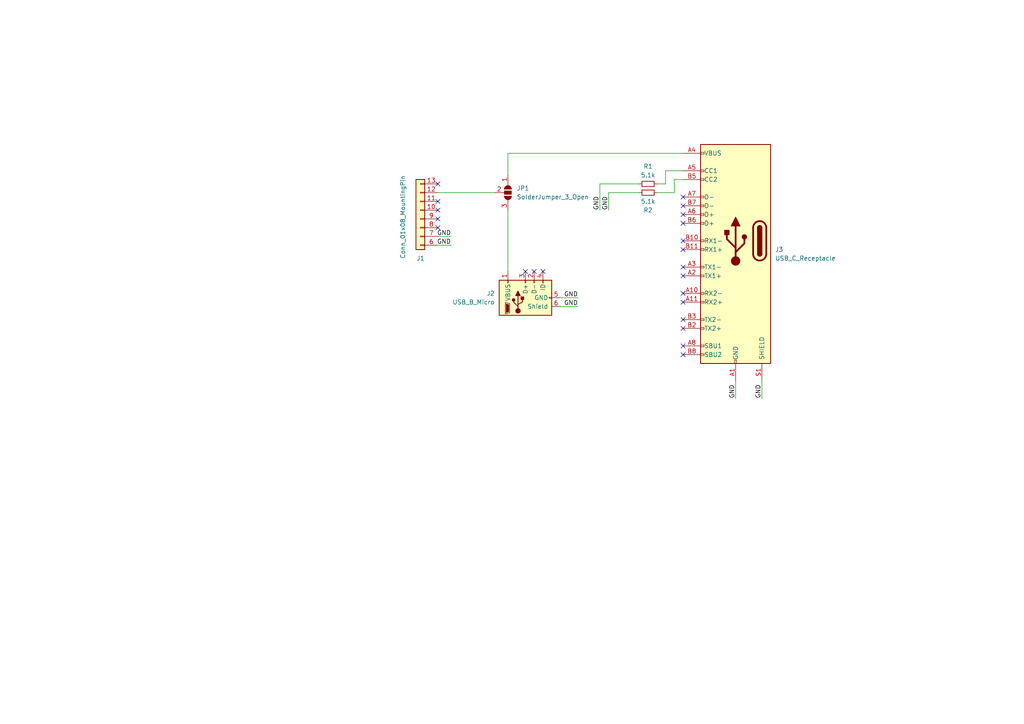
<source format=kicad_sch>
(kicad_sch (version 20211123) (generator eeschema)
  (paper "A4")
  (lib_symbols
    (symbol "Connector:USB_B_Micro" (pin_names (offset 1.016))
      (property "Reference" "J" (at -5.08 11.43 0))
      (property "Value" "USB_B_Micro" (at -5.08 8.89 0))
      (symbol "USB_B_Micro_0_1"
        (rectangle (start -5.08 -7.62) (end 5.08 7.62) (stroke (width 0.254)) (fill (type background)))
        (circle (center -3.81 2.159) (radius 0.635) (stroke (width 0.254)) (fill (type outline)))
        (circle (center -0.635 3.429) (radius 0.381) (stroke (width 0.254)) (fill (type outline)))
        (rectangle (start -0.127 -7.62) (end 0.127 -6.858))
        (polyline (pts (xy -1.905 2.159) (xy 0.635 2.159)) (stroke (width 0.254)))
        (polyline (pts (xy -3.175 2.159) (xy -2.54 2.159) (xy -1.27 3.429) (xy -0.635 3.429)) (stroke (width 0.254)))
        (polyline (pts (xy -2.54 2.159) (xy -1.905 2.159) (xy -1.27 0.889) (xy 0 0.889)) (stroke (width 0.254)))
        (polyline (pts (xy 0.635 2.794) (xy 0.635 1.524) (xy 1.905 2.159) (xy 0.635 2.794)) (stroke (width 0.254)) (fill (type outline)))
        (polyline (pts (xy -4.318 5.588) (xy -1.778 5.588) (xy -2.032 4.826) (xy -4.064 4.826) (xy -4.318 5.588)) (fill (type outline)))
        (polyline (pts (xy -4.699 5.842) (xy -4.699 5.588) (xy -4.445 4.826) (xy -4.445 4.572) (xy -1.651 4.572) (xy -1.651 4.826) (xy -1.397 5.588) (xy -1.397 5.842) (xy -4.699 5.842)))
        (rectangle (start 0.254 1.27) (end -0.508 0.508) (stroke (width 0.254)) (fill (type outline)))
        (rectangle (start 5.08 -5.207) (end 4.318 -4.953))
        (rectangle (start 5.08 -2.667) (end 4.318 -2.413))
        (rectangle (start 5.08 -0.127) (end 4.318 0.127))
        (rectangle (start 5.08 4.953) (end 4.318 5.207))
      )
      (symbol "USB_B_Micro_1_1"
        (pin power_out line (at 7.62 5.08 180) (length 2.54) (name "VBUS") (number "1"))
        (pin bidirectional line (at 7.62 -2.54 180) (length 2.54) (name "D-") (number "2"))
        (pin bidirectional line (at 7.62 0 180) (length 2.54) (name "D+") (number "3"))
        (pin passive line (at 7.62 -5.08 180) (length 2.54) (name "ID") (number "4"))
        (pin power_out line (at 0 -10.16 90) (length 2.54) (name "GND") (number "5"))
        (pin passive line (at -2.54 -10.16 90) (length 2.54) (name "Shield") (number "6"))
      )
    )
    (symbol "Connector:USB_C_Receptacle" (pin_names (offset 1.016))
      (property "Reference" "J" (at -10.16 29.21 0))
      (property "Value" "USB_C_Receptacle" (at 10.16 29.21 0))
      (symbol "USB_C_Receptacle_0_0"
        (rectangle (start -0.254 -35.56) (end 0.254 -34.544))
        (rectangle (start 10.16 -32.766) (end 9.144 -33.274))
        (rectangle (start 10.16 -30.226) (end 9.144 -30.734))
        (rectangle (start 10.16 -25.146) (end 9.144 -25.654))
        (rectangle (start 10.16 -22.606) (end 9.144 -23.114))
        (rectangle (start 10.16 -17.526) (end 9.144 -18.034))
        (rectangle (start 10.16 -14.986) (end 9.144 -15.494))
        (rectangle (start 10.16 -9.906) (end 9.144 -10.414))
        (rectangle (start 10.16 -7.366) (end 9.144 -7.874))
        (rectangle (start 10.16 -2.286) (end 9.144 -2.794))
        (rectangle (start 10.16 0.254) (end 9.144 -0.254))
        (rectangle (start 10.16 5.334) (end 9.144 4.826))
        (rectangle (start 10.16 7.874) (end 9.144 7.366))
        (rectangle (start 10.16 10.414) (end 9.144 9.906))
        (rectangle (start 10.16 12.954) (end 9.144 12.446))
        (rectangle (start 10.16 18.034) (end 9.144 17.526))
        (rectangle (start 10.16 20.574) (end 9.144 20.066))
        (rectangle (start 10.16 25.654) (end 9.144 25.146))
      )
      (symbol "USB_C_Receptacle_0_1"
        (rectangle (start -10.16 27.94) (end 10.16 -35.56) (stroke (width 0.254)) (fill (type background)))
        (arc (start -8.89 -3.81) (mid -6.985 -5.715) (end -5.08 -3.81) (stroke (width 0.508)))
        (arc (start -7.62 -3.81) (mid -6.985 -4.445) (end -6.35 -3.81) (stroke (width 0.254)))
        (arc (start -7.62 -3.81) (mid -6.985 -4.445) (end -6.35 -3.81) (stroke (width 0.254)) (fill (type outline)))
        (rectangle (start -7.62 -3.81) (end -6.35 3.81) (stroke (width 0.254)) (fill (type outline)))
        (arc (start -6.35 3.81) (mid -6.985 4.445) (end -7.62 3.81) (stroke (width 0.254)))
        (arc (start -6.35 3.81) (mid -6.985 4.445) (end -7.62 3.81) (stroke (width 0.254)) (fill (type outline)))
        (arc (start -5.08 3.81) (mid -6.985 5.715) (end -8.89 3.81) (stroke (width 0.508)))
        (polyline (pts (xy -8.89 -3.81) (xy -8.89 3.81)) (stroke (width 0.508)))
        (polyline (pts (xy -5.08 3.81) (xy -5.08 -3.81)) (stroke (width 0.508)))
      )
      (symbol "USB_C_Receptacle_1_1"
        (circle (center -2.54 1.143) (radius 0.635) (stroke (width 0.254)) (fill (type outline)))
        (circle (center 0 -5.842) (radius 1.27) (fill (type outline)))
        (polyline (pts (xy 0 -5.842) (xy 0 4.318)) (stroke (width 0.508)))
        (polyline (pts (xy 0 -3.302) (xy -2.54 -0.762) (xy -2.54 0.508)) (stroke (width 0.508)))
        (polyline (pts (xy 0 -2.032) (xy 2.54 0.508) (xy 2.54 1.778)) (stroke (width 0.508)))
        (polyline (pts (xy -1.27 4.318) (xy 0 6.858) (xy 1.27 4.318) (xy -1.27 4.318)) (stroke (width 0.254)) (fill (type outline)))
        (rectangle (start 1.905 1.778) (end 3.175 3.048) (stroke (width 0.254)) (fill (type outline)))
        (pin passive line (at 0 -40.64 90) (length 5.08) (name "GND") (number "A1"))
        (pin bidirectional line (at 15.24 -15.24 180) (length 5.08) (name "RX2-") (number "A10"))
        (pin bidirectional line (at 15.24 -17.78 180) (length 5.08) (name "RX2+") (number "A11"))
        (pin passive line (at 0 -40.64 90) (length 5.08) hide (name "GND") (number "A12"))
        (pin bidirectional line (at 15.24 -10.16 180) (length 5.08) (name "TX1+") (number "A2"))
        (pin bidirectional line (at 15.24 -7.62 180) (length 5.08) (name "TX1-") (number "A3"))
        (pin passive line (at 15.24 25.4 180) (length 5.08) (name "VBUS") (number "A4"))
        (pin bidirectional line (at 15.24 20.32 180) (length 5.08) (name "CC1") (number "A5"))
        (pin bidirectional line (at 15.24 7.62 180) (length 5.08) (name "D+") (number "A6"))
        (pin bidirectional line (at 15.24 12.7 180) (length 5.08) (name "D-") (number "A7"))
        (pin bidirectional line (at 15.24 -30.48 180) (length 5.08) (name "SBU1") (number "A8"))
        (pin passive line (at 15.24 25.4 180) (length 5.08) hide (name "VBUS") (number "A9"))
        (pin passive line (at 0 -40.64 90) (length 5.08) hide (name "GND") (number "B1"))
        (pin bidirectional line (at 15.24 0 180) (length 5.08) (name "RX1-") (number "B10"))
        (pin bidirectional line (at 15.24 -2.54 180) (length 5.08) (name "RX1+") (number "B11"))
        (pin passive line (at 0 -40.64 90) (length 5.08) hide (name "GND") (number "B12"))
        (pin bidirectional line (at 15.24 -25.4 180) (length 5.08) (name "TX2+") (number "B2"))
        (pin bidirectional line (at 15.24 -22.86 180) (length 5.08) (name "TX2-") (number "B3"))
        (pin passive line (at 15.24 25.4 180) (length 5.08) hide (name "VBUS") (number "B4"))
        (pin bidirectional line (at 15.24 17.78 180) (length 5.08) (name "CC2") (number "B5"))
        (pin bidirectional line (at 15.24 5.08 180) (length 5.08) (name "D+") (number "B6"))
        (pin bidirectional line (at 15.24 10.16 180) (length 5.08) (name "D-") (number "B7"))
        (pin bidirectional line (at 15.24 -33.02 180) (length 5.08) (name "SBU2") (number "B8"))
        (pin passive line (at 15.24 25.4 180) (length 5.08) hide (name "VBUS") (number "B9"))
        (pin passive line (at -7.62 -40.64 90) (length 5.08) (name "SHIELD") (number "S1"))
      )
    )
    (symbol "Connector_Generic_MountingPin:Conn_01x08_MountingPin" (pin_names (offset 1.016) hide)
      (property "Reference" "J?" (at 1.27 12.7 0))
      (property "Value" "Conn_01x08_MountingPin" (at -3.81 13.97 90))
      (symbol "Conn_01x08_MountingPin_1_1"
        (rectangle (start -1.27 -10.033) (end 0 -10.287) (stroke (width 0.1524)))
        (rectangle (start -1.27 -7.493) (end 0 -7.747) (stroke (width 0.1524)))
        (rectangle (start -1.27 -4.953) (end 0 -5.207) (stroke (width 0.1524)))
        (rectangle (start -1.27 -2.413) (end 0 -2.667) (stroke (width 0.1524)))
        (rectangle (start -1.27 0.127) (end 0 -0.127) (stroke (width 0.1524)))
        (rectangle (start -1.27 2.667) (end 0 2.413) (stroke (width 0.1524)))
        (rectangle (start -1.27 5.207) (end 0 4.953) (stroke (width 0.1524)))
        (rectangle (start -1.27 7.747) (end 0 7.493) (stroke (width 0.1524)))
        (rectangle (start -1.27 8.89) (end 1.27 -11.43) (stroke (width 0.254)) (fill (type background)))
        (pin passive line (at -5.08 -2.54 0) (length 3.81) (name "Pin_5") (number "10"))
        (pin passive line (at -5.08 -5.08 0) (length 3.81) (name "Pin_6") (number "11"))
        (pin passive line (at -5.08 -7.62 0) (length 3.81) (name "Pin_7") (number "12"))
        (pin passive line (at -5.08 -10.16 0) (length 3.81) (name "Pin_8") (number "13"))
        (pin passive line (at -5.08 7.62 0) (length 3.81) (name "Pin_1") (number "6"))
        (pin passive line (at -5.08 5.08 0) (length 3.81) (name "Pin_2") (number "7"))
        (pin passive line (at -5.08 2.54 0) (length 3.81) (name "Pin_3") (number "8"))
        (pin passive line (at -5.08 0 0) (length 3.81) (name "Pin_4") (number "9"))
      )
    )
    (symbol "Device:R_Small" (pin_numbers hide) (pin_names (offset 0.254) hide)
      (property "Reference" "R" (at 0.762 0.508 0))
      (property "Value" "R_Small" (at 0.762 -1.016 0))
      (symbol "R_Small_0_1"
        (rectangle (start -0.762 1.778) (end 0.762 -1.778) (stroke (width 0.2032)))
      )
      (symbol "R_Small_1_1"
        (pin passive line (at 0 2.54 270) (length 0.762) (name "~") (number "1"))
        (pin passive line (at 0 -2.54 90) (length 0.762) (name "~") (number "2"))
      )
    )
    (symbol "Jumper:SolderJumper_3_Open" (pin_names (offset 0) hide)
      (property "Reference" "JP" (at -2.54 -2.54 0))
      (property "Value" "SolderJumper_3_Open" (at 0 2.794 0))
      (symbol "SolderJumper_3_Open_0_1"
        (arc (start -1.016 1.016) (mid -2.032 0) (end -1.016 -1.016))
        (arc (start -1.016 1.016) (mid -2.032 0) (end -1.016 -1.016) (fill (type outline)))
        (rectangle (start -0.508 1.016) (end 0.508 -1.016) (fill (type outline)))
        (polyline (pts (xy -2.54 0) (xy -2.032 0)))
        (polyline (pts (xy -1.016 1.016) (xy -1.016 -1.016)))
        (polyline (pts (xy 0 -1.27) (xy 0 -1.016)))
        (polyline (pts (xy 1.016 1.016) (xy 1.016 -1.016)))
        (polyline (pts (xy 2.54 0) (xy 2.032 0)))
        (arc (start 1.016 -1.016) (mid 2.032 0) (end 1.016 1.016))
        (arc (start 1.016 -1.016) (mid 2.032 0) (end 1.016 1.016) (fill (type outline)))
      )
      (symbol "SolderJumper_3_Open_1_1"
        (pin passive line (at -5.08 0 0) (length 2.54) (name "A") (number "1"))
        (pin passive line (at 0 -3.81 90) (length 2.54) (name "C") (number "2"))
        (pin passive line (at 5.08 0 180) (length 2.54) (name "B") (number "3"))
      )
    )
  )
  (no_connect (at 127 63.5))
  (no_connect (at 127 60.96))
  (no_connect (at 127 66.04))
  (no_connect (at 127 53.34))
  (no_connect (at 127 58.42))
  (no_connect (at 157.48 78.74))
  (no_connect (at 152.4 78.74))
  (no_connect (at 154.94 78.74))
  (no_connect (at 198.12 57.15))
  (no_connect (at 198.12 80.01))
  (no_connect (at 198.12 85.09))
  (no_connect (at 198.12 92.71))
  (no_connect (at 198.12 87.63))
  (no_connect (at 198.12 59.69))
  (no_connect (at 198.12 62.23))
  (no_connect (at 198.12 64.77))
  (no_connect (at 198.12 69.85))
  (no_connect (at 198.12 72.39))
  (no_connect (at 198.12 77.47))
  (no_connect (at 198.12 102.87))
  (no_connect (at 198.12 100.33))
  (no_connect (at 198.12 95.25))
  (wire (pts (xy 220.98 110.49) (xy 220.98 115.57)))
  (wire (pts (xy 173.99 53.34) (xy 173.99 60.96)))
  (wire (pts (xy 162.56 88.9) (xy 167.64 88.9)))
  (wire (pts (xy 127 55.88) (xy 143.51 55.88)))
  (wire (pts (xy 213.36 110.49) (xy 213.36 115.57)))
  (wire (pts (xy 127 68.58) (xy 130.81 68.58)))
  (wire (pts (xy 195.58 52.07) (xy 198.12 52.07)))
  (wire (pts (xy 190.5 53.34) (xy 193.04 53.34)))
  (wire (pts (xy 127 71.12) (xy 130.81 71.12)))
  (wire (pts (xy 147.32 60.96) (xy 147.32 78.74)))
  (wire (pts (xy 190.5 55.88) (xy 195.58 55.88)))
  (wire (pts (xy 193.04 53.34) (xy 193.04 49.53)))
  (wire (pts (xy 147.32 44.45) (xy 147.32 50.8)))
  (wire (pts (xy 176.53 55.88) (xy 176.53 60.96)))
  (wire (pts (xy 185.42 55.88) (xy 176.53 55.88)))
  (wire (pts (xy 195.58 55.88) (xy 195.58 52.07)))
  (wire (pts (xy 162.56 86.36) (xy 167.64 86.36)))
  (wire (pts (xy 185.42 53.34) (xy 173.99 53.34)))
  (wire (pts (xy 147.32 44.45) (xy 198.12 44.45)))
  (wire (pts (xy 193.04 49.53) (xy 198.12 49.53)))
  (label "GND" (at 173.99 60.96 90))
  (label "GND" (at 167.64 86.36 180))
  (label "GND" (at 167.64 88.9 180))
  (label "GND" (at 130.81 68.58 180))
  (label "GND" (at 130.81 71.12 180))
  (label "GND" (at 220.98 115.57 90))
  (label "GND" (at 176.53 60.96 90))
  (label "GND" (at 213.36 115.57 90))
  (symbol (lib_id "Connector:USB_B_Micro") (at 152.4 86.36 90) (unit 1)
    (property "Reference" "J2" (at 143.51 85.0899 90) (effects (justify left)))
    (property "Value" "USB_B_Micro" (at 143.51 87.6299 90) (effects (justify left)))
    (property "Footprint" "Connector_USB:USB_Micro-B_Amphenol_10118194_Horizontal" (effects hide))
  )
  (symbol (lib_id "Connector_Generic_MountingPin:Conn_01x08_MountingPin") (at 121.92 63.5 180) (unit 1)
    (property "Reference" "J1" (at 123.19 74.93 0) (effects (justify left)))
    (property "Value" "Conn_01x08_MountingPin" (at 116.84 50.8 90) (effects (justify left)))
    (property "Footprint" "ds4-ext-charger:PS4 EXT" (effects hide))
  )
  (symbol (lib_id "Device:R_Small") (at 187.96 55.88 90) (unit 1)
    (property "Reference" "R2" (at 187.96 60.96 90))
    (property "Value" "5.1k" (at 187.96 58.42 90))
    (property "Footprint" "Resistor_SMD:R_0603_1608Metric" (effects hide))
  )
  (symbol (lib_id "Connector:USB_C_Receptacle") (at 213.36 69.85 0) (mirror y) (unit 1)
    (property "Reference" "J3" (at 224.79 72.3899 0) (effects (justify right)))
    (property "Value" "USB_C_Receptacle" (at 224.79 74.9299 0) (effects (justify right)))
    (property "Footprint" "Connector_USB:USB_C_Receptacle_HRO_TYPE-C-31-M-12" (effects hide))
    (property "Datasheet" "https://www.usb.org/sites/default/files/documents/usb_type-c.zip" (effects hide))
  )
  (symbol (lib_id "Device:R_Small") (at 187.96 53.34 90) (unit 1)
    (property "Reference" "R1" (at 187.96 48.26 90))
    (property "Value" "5.1k" (at 187.96 50.8 90))
    (property "Footprint" "Resistor_SMD:R_0603_1608Metric" (effects hide))
  )
  (symbol (lib_id "Jumper:SolderJumper_3_Open") (at 147.32 55.88 270) (unit 1)
    (property "Reference" "JP1" (at 149.86 54.6099 90) (effects (justify left)))
    (property "Value" "SolderJumper_3_Open" (at 149.86 57.1499 90) (effects (justify left)))
    (property "Footprint" "Jumper:SolderJumper-3_P1.3mm_Open_RoundedPad1.0x1.5mm_NumberLabels" (effects hide))
  )
)
</source>
